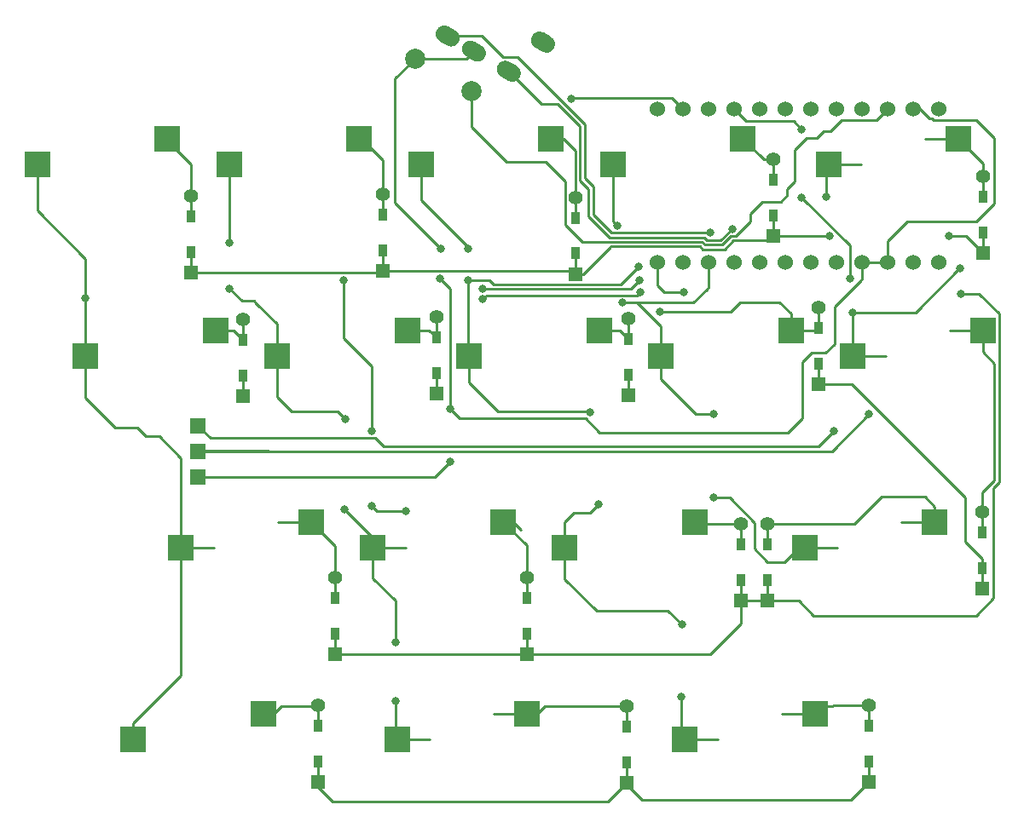
<source format=gbr>
G04 #@! TF.GenerationSoftware,KiCad,Pcbnew,(5.1.6-0-10_14)*
G04 #@! TF.CreationDate,2022-05-18T19:33:53+09:00*
G04 #@! TF.ProjectId,cool936,636f6f6c-3933-4362-9e6b-696361645f70,rev?*
G04 #@! TF.SameCoordinates,Original*
G04 #@! TF.FileFunction,Copper,L2,Bot*
G04 #@! TF.FilePolarity,Positive*
%FSLAX46Y46*%
G04 Gerber Fmt 4.6, Leading zero omitted, Abs format (unit mm)*
G04 Created by KiCad (PCBNEW (5.1.6-0-10_14)) date 2022-05-18 19:33:53*
%MOMM*%
%LPD*%
G01*
G04 APERTURE LIST*
G04 #@! TA.AperFunction,SMDPad,CuDef*
%ADD10R,2.550000X2.500000*%
G04 #@! TD*
G04 #@! TA.AperFunction,SMDPad,CuDef*
%ADD11R,1.524000X1.524000*%
G04 #@! TD*
G04 #@! TA.AperFunction,SMDPad,CuDef*
%ADD12R,0.950000X1.300000*%
G04 #@! TD*
G04 #@! TA.AperFunction,ComponentPad*
%ADD13R,1.397000X1.397000*%
G04 #@! TD*
G04 #@! TA.AperFunction,ComponentPad*
%ADD14C,1.397000*%
G04 #@! TD*
G04 #@! TA.AperFunction,ComponentPad*
%ADD15C,2.000000*%
G04 #@! TD*
G04 #@! TA.AperFunction,ComponentPad*
%ADD16C,1.524000*%
G04 #@! TD*
G04 #@! TA.AperFunction,ViaPad*
%ADD17C,0.800000*%
G04 #@! TD*
G04 #@! TA.AperFunction,Conductor*
%ADD18C,0.250000*%
G04 #@! TD*
G04 APERTURE END LIST*
D10*
X207227500Y-35560000D03*
X220154500Y-33020000D03*
X238183500Y-54610000D03*
X251110500Y-52070000D03*
X250090500Y-35560000D03*
X263017500Y-33020000D03*
X209609000Y-54610000D03*
X222536000Y-52070000D03*
X254852500Y-16510000D03*
X267779500Y-13970000D03*
X211990000Y2540000D03*
X224917000Y5080000D03*
X178652500Y-16510000D03*
X191579500Y-13970000D03*
X197702500Y-16510000D03*
X210629500Y-13970000D03*
X192940000Y2540000D03*
X205867000Y5080000D03*
X226277500Y-35560000D03*
X239204500Y-33020000D03*
X183415000Y-54610000D03*
X196342000Y-52070000D03*
X252470999Y2540000D03*
X265397999Y5080000D03*
X188177500Y-35560000D03*
X201104500Y-33020000D03*
X235802500Y-16510000D03*
X248729500Y-13970000D03*
X216752500Y-16510000D03*
X229679500Y-13970000D03*
X173890000Y2540000D03*
X186817000Y5080000D03*
X231040000Y2540000D03*
X243967000Y5080000D03*
D11*
X189870000Y-28520000D03*
X189870000Y-25980000D03*
X189870000Y-23440000D03*
D12*
X189180000Y-2645000D03*
X189180000Y-6195000D03*
D13*
X189180000Y-8230000D03*
D14*
X189180000Y-610000D03*
D12*
X251440000Y-13735000D03*
X251440000Y-17285000D03*
D13*
X251440000Y-19320000D03*
D14*
X251440000Y-11700000D03*
D12*
X267750000Y-34045000D03*
X267750000Y-37595000D03*
D13*
X267750000Y-39630000D03*
D14*
X267750000Y-32010000D03*
D12*
X256480000Y-53300000D03*
X256480000Y-56850000D03*
D13*
X256480000Y-58885000D03*
D14*
X256480000Y-51265000D03*
X232390000Y-51330000D03*
D13*
X232390000Y-58950000D03*
D12*
X232390000Y-56915000D03*
X232390000Y-53365000D03*
X208240000Y-2515000D03*
X208240000Y-6065000D03*
D13*
X208240000Y-8100000D03*
D14*
X208240000Y-480000D03*
D15*
X217014583Y9775000D03*
X211385417Y13025000D03*
D16*
X263438000Y-7201400D03*
X260898000Y-7201400D03*
X258358000Y-7201400D03*
X255818000Y-7201400D03*
X253278000Y-7201400D03*
X250738000Y-7201400D03*
X248198000Y-7201400D03*
X245658000Y-7201400D03*
X243118000Y-7201400D03*
X240578000Y-7201400D03*
X238038000Y-7201400D03*
X235498000Y-7201400D03*
X235498000Y8018600D03*
X238038000Y8018600D03*
X240578000Y8018600D03*
X243118000Y8018600D03*
X245658000Y8018600D03*
X248198000Y8018600D03*
X250738000Y8018600D03*
X253278000Y8018600D03*
X255818000Y8018600D03*
X258358000Y8018600D03*
X260898000Y8018600D03*
X263438000Y8018600D03*
D12*
X246980000Y985000D03*
X246980000Y-2565000D03*
D13*
X246980000Y-4600000D03*
D14*
X246980000Y3020000D03*
D12*
X243780000Y-35275000D03*
X243780000Y-38825000D03*
D13*
X243780000Y-40860000D03*
D14*
X243780000Y-33240000D03*
D12*
X201760000Y-53315000D03*
X201760000Y-56865000D03*
D13*
X201760000Y-58900000D03*
D14*
X201760000Y-51280000D03*
D12*
X232570000Y-14835000D03*
X232570000Y-18385000D03*
D13*
X232570000Y-20420000D03*
D14*
X232570000Y-12800000D03*
D12*
X194340000Y-14935000D03*
X194340000Y-18485000D03*
D13*
X194340000Y-20520000D03*
D14*
X194340000Y-12900000D03*
D12*
X222500000Y-40595000D03*
X222500000Y-44145000D03*
D13*
X222500000Y-46180000D03*
D14*
X222500000Y-38560000D03*
D12*
X246430000Y-35275000D03*
X246430000Y-38825000D03*
D13*
X246430000Y-40860000D03*
D14*
X246430000Y-33240000D03*
D12*
X203500000Y-40565000D03*
X203500000Y-44115000D03*
D13*
X203500000Y-46150000D03*
D14*
X203500000Y-38530000D03*
G04 #@! TA.AperFunction,ComponentPad*
G36*
G01*
X224187690Y15604775D02*
X224880510Y15204775D01*
G75*
G02*
X225191632Y14043653I-425000J-736122D01*
G01*
X225191632Y14043653D01*
G75*
G02*
X224030510Y13732531I-736122J425000D01*
G01*
X223337690Y14132531D01*
G75*
G02*
X223026568Y15293653I425000J736122D01*
G01*
X223026568Y15293653D01*
G75*
G02*
X224187690Y15604775I736122J-425000D01*
G01*
G37*
G04 #@! TD.AperFunction*
G04 #@! TA.AperFunction,ComponentPad*
G36*
G01*
X220788652Y12717469D02*
X221481472Y12317469D01*
G75*
G02*
X221792594Y11156347I-425000J-736122D01*
G01*
X221792594Y11156347D01*
G75*
G02*
X220631472Y10845225I-736122J425000D01*
G01*
X219938652Y11245225D01*
G75*
G02*
X219627530Y12406347I425000J736122D01*
G01*
X219627530Y12406347D01*
G75*
G02*
X220788652Y12717469I736122J-425000D01*
G01*
G37*
G04 #@! TD.AperFunction*
G04 #@! TA.AperFunction,ComponentPad*
G36*
G01*
X217324550Y14717469D02*
X218017370Y14317469D01*
G75*
G02*
X218328492Y13156347I-425000J-736122D01*
G01*
X218328492Y13156347D01*
G75*
G02*
X217167370Y12845225I-736122J425000D01*
G01*
X216474550Y13245225D01*
G75*
G02*
X216163428Y14406347I425000J736122D01*
G01*
X216163428Y14406347D01*
G75*
G02*
X217324550Y14717469I736122J-425000D01*
G01*
G37*
G04 #@! TD.AperFunction*
G04 #@! TA.AperFunction,ComponentPad*
G36*
G01*
X214726474Y16217469D02*
X215419294Y15817469D01*
G75*
G02*
X215730416Y14656347I-425000J-736122D01*
G01*
X215730416Y14656347D01*
G75*
G02*
X214569294Y14345225I-736122J425000D01*
G01*
X213876474Y14745225D01*
G75*
G02*
X213565352Y15906347I425000J736122D01*
G01*
X213565352Y15906347D01*
G75*
G02*
X214726474Y16217469I736122J-425000D01*
G01*
G37*
G04 #@! TD.AperFunction*
D12*
X213520000Y-14705000D03*
X213520000Y-18255000D03*
D13*
X213520000Y-20290000D03*
D14*
X213520000Y-12670000D03*
D12*
X227340000Y-2775000D03*
X227340000Y-6325000D03*
D13*
X227340000Y-8360000D03*
D14*
X227340000Y-740000D03*
D12*
X267830000Y-705000D03*
X267830000Y-4255000D03*
D13*
X267830000Y-6290000D03*
D14*
X267830000Y1330000D03*
D17*
X235760000Y-12140000D03*
X264420000Y-4600000D03*
X252550000Y-4600000D03*
X249780000Y6020000D03*
X249791501Y-768499D03*
X265610000Y-10320000D03*
X254570000Y-8840000D03*
X207080000Y-23960000D03*
X226890000Y9060000D03*
X210460000Y-31950000D03*
X204310000Y-8955000D03*
X207080000Y-31419999D03*
X213940000Y-5850000D03*
X213860000Y-8840000D03*
X214860000Y-21770000D03*
X214900000Y-27000000D03*
X242880000Y-3880000D03*
X252990000Y-24010000D03*
X240710000Y-4280000D03*
X256470000Y-22320000D03*
X233740000Y-10220000D03*
X218140000Y-10880000D03*
X178652500Y-10747500D03*
X192970000Y-5260000D03*
X218120000Y-9800000D03*
X204410000Y-31760000D03*
X209460000Y-44950000D03*
X209450000Y-50860000D03*
X204440000Y-22820000D03*
X233700000Y-8970000D03*
X192970000Y-9810000D03*
X229640000Y-31240000D03*
X233630000Y-7600000D03*
X216650000Y-5880000D03*
X237890000Y-43210000D03*
X216650000Y-8960000D03*
X228770000Y-22100000D03*
X237880000Y-50360000D03*
X231980000Y-11210000D03*
X231450000Y-3560000D03*
X241060000Y-30590000D03*
X241060000Y-22310000D03*
X254830000Y-12190000D03*
X238060000Y-10150000D03*
X252230000Y-710000D03*
X265530000Y-7840000D03*
D18*
X189180000Y-610000D02*
X189180000Y2520000D01*
X189180000Y2520000D02*
X186817000Y4883000D01*
X189180000Y-2645000D02*
X189180000Y-610000D01*
X186817000Y4883000D02*
X186817000Y5080000D01*
X208240000Y-480000D02*
X208240000Y2960000D01*
X208240000Y-2515000D02*
X208240000Y-480000D01*
X208240000Y2960000D02*
X206120000Y5080000D01*
X206120000Y5080000D02*
X205867000Y5080000D01*
X224917000Y5080000D02*
X226140000Y5080000D01*
X226140000Y5080000D02*
X227340000Y3880000D01*
X227340000Y-740000D02*
X227340000Y-2775000D01*
X227340000Y3880000D02*
X227340000Y-740000D01*
X245907000Y3140000D02*
X245773500Y3273500D01*
X246980000Y3020000D02*
X246027000Y3020000D01*
X246027000Y3020000D02*
X245773500Y3273500D01*
X245773500Y3273500D02*
X243967000Y5080000D01*
X246980000Y3020000D02*
X246980000Y985000D01*
X191579500Y-13970000D02*
X193375000Y-13970000D01*
X193375000Y-13970000D02*
X194340000Y-14935000D01*
X194340000Y-12900000D02*
X194340000Y-14935000D01*
X212785000Y-13970000D02*
X213520000Y-14705000D01*
X210629500Y-13970000D02*
X212785000Y-13970000D01*
X213520000Y-14705000D02*
X213520000Y-12670000D01*
X232570000Y-14835000D02*
X232570000Y-12800000D01*
X231705000Y-13970000D02*
X232570000Y-14835000D01*
X229679500Y-13970000D02*
X231705000Y-13970000D01*
X243720000Y-11160000D02*
X247600000Y-11160000D01*
X247600000Y-11160000D02*
X248729500Y-12289500D01*
X235760000Y-12140000D02*
X242740000Y-12140000D01*
X242740000Y-12140000D02*
X243720000Y-11160000D01*
X248729500Y-12289500D02*
X248729500Y-13970000D01*
X251440000Y-13735000D02*
X251440000Y-11700000D01*
X248729500Y-13970000D02*
X251205000Y-13970000D01*
X251205000Y-13970000D02*
X251440000Y-13735000D01*
X267779500Y-13970000D02*
X268310000Y-14500500D01*
X264477500Y-13970000D02*
X267779500Y-13970000D01*
X268929491Y-28904099D02*
X267750000Y-30083590D01*
X267779500Y-13970000D02*
X267779500Y-16100009D01*
X267779500Y-16100009D02*
X268929491Y-17250000D01*
X267750000Y-30083590D02*
X267750000Y-32010000D01*
X268929491Y-17250000D02*
X268929491Y-28904099D01*
X267750000Y-34045000D02*
X267750000Y-32010000D01*
X201104500Y-33020000D02*
X197802500Y-33020000D01*
X203500000Y-38530000D02*
X203500000Y-35415500D01*
X203500000Y-35415500D02*
X201104500Y-33020000D01*
X203500000Y-38530000D02*
X203500000Y-40565000D01*
X220154500Y-33020000D02*
X221170500Y-33020000D01*
X222500000Y-40595000D02*
X222500000Y-38560000D01*
X222500000Y-35365500D02*
X220154500Y-33020000D01*
X221170500Y-33020000D02*
X221932500Y-33782000D01*
X222500000Y-38560000D02*
X222500000Y-35365500D01*
X239204500Y-33020000D02*
X240220500Y-33020000D01*
X243780000Y-33240000D02*
X243780000Y-35275000D01*
X239424500Y-33240000D02*
X239204500Y-33020000D01*
X243780000Y-33240000D02*
X239424500Y-33240000D01*
X201760000Y-51280000D02*
X201760000Y-53315000D01*
X198120000Y-51308000D02*
X201732000Y-51308000D01*
X201732000Y-51308000D02*
X201760000Y-51280000D01*
X196342000Y-52070000D02*
X197358000Y-52070000D01*
X197358000Y-52070000D02*
X198120000Y-51308000D01*
X265397999Y5080000D02*
X262095999Y5080000D01*
X267830000Y-705000D02*
X267830000Y1330000D01*
X267830000Y2647999D02*
X265397999Y5080000D01*
X267830000Y1330000D02*
X267830000Y2647999D01*
X252888500Y-51308000D02*
X251872500Y-51308000D01*
X256480000Y-51265000D02*
X256480000Y-53300000D01*
X251872500Y-51308000D02*
X251110500Y-52070000D01*
X256480000Y-51265000D02*
X252931500Y-51265000D01*
X247808500Y-52070000D02*
X251110500Y-52070000D01*
X252931500Y-51265000D02*
X252888500Y-51308000D01*
X263017500Y-31507500D02*
X263017500Y-33020000D01*
X246430000Y-33240000D02*
X246435001Y-33234999D01*
X262040000Y-30530000D02*
X263017500Y-31507500D01*
X259715500Y-33020000D02*
X263017500Y-33020000D01*
X246430000Y-35275000D02*
X246430000Y-33240000D01*
X255010000Y-33240000D02*
X257720000Y-30530000D01*
X257910000Y-30530000D02*
X258670000Y-30530000D01*
X258670000Y-30530000D02*
X262040000Y-30530000D01*
X257720000Y-30530000D02*
X258670000Y-30530000D01*
X246430000Y-33240000D02*
X255010000Y-33240000D01*
X223552000Y-52070000D02*
X224314000Y-51308000D01*
X232390000Y-51330000D02*
X232390000Y-53365000D01*
X224336000Y-51330000D02*
X224314000Y-51308000D01*
X222536000Y-52070000D02*
X223552000Y-52070000D01*
X219234000Y-52070000D02*
X222536000Y-52070000D01*
X232390000Y-51330000D02*
X224336000Y-51330000D01*
X230820000Y-5635031D02*
X239719209Y-5635031D01*
X208240000Y-6065000D02*
X208240000Y-8100000D01*
X189180000Y-8230000D02*
X208110000Y-8230000D01*
X230820000Y-5650000D02*
X230820000Y-5635031D01*
X228110000Y-8360000D02*
X230820000Y-5650000D01*
X242977809Y-5055011D02*
X246524989Y-5055011D01*
X227340000Y-8360000D02*
X228110000Y-8360000D01*
X246524989Y-5055011D02*
X246980000Y-4600000D01*
X266140000Y-4600000D02*
X267830000Y-6290000D01*
X227080000Y-8100000D02*
X227340000Y-8360000D01*
X267810000Y-6290000D02*
X267830000Y-6290000D01*
X208110000Y-8230000D02*
X208240000Y-8100000D01*
X227340000Y-6325000D02*
X227340000Y-8360000D01*
X242127801Y-5905019D02*
X242977809Y-5055011D01*
X208240000Y-8100000D02*
X227080000Y-8100000D01*
X246980000Y-4600000D02*
X249070000Y-4600000D01*
X239989200Y-5905020D02*
X242127801Y-5905019D01*
X267830000Y-4255000D02*
X267830000Y-6290000D01*
X264420000Y-4600000D02*
X266140000Y-4600000D01*
X246980000Y-4600000D02*
X252550000Y-4600000D01*
X246980000Y-2565000D02*
X246980000Y-4600000D01*
X189180000Y-8230000D02*
X189180000Y-6195000D01*
X239719209Y-5635031D02*
X239989200Y-5905020D01*
X267750000Y-37595000D02*
X267750000Y-39630000D01*
X232570000Y-18385000D02*
X232570000Y-20420000D01*
X251440000Y-17285000D02*
X251440000Y-19320000D01*
X194340000Y-18485000D02*
X194340000Y-20520000D01*
X266039990Y-34984990D02*
X266039989Y-30623579D01*
X267750000Y-37595000D02*
X267750000Y-36695000D01*
X267750000Y-36695000D02*
X266039990Y-34984990D01*
X266039989Y-30623579D02*
X254736410Y-19320000D01*
X254736410Y-19320000D02*
X251440000Y-19320000D01*
X213520000Y-18255000D02*
X213520000Y-20290000D01*
X249490000Y-40860000D02*
X250950000Y-42320000D01*
X246430000Y-40860000D02*
X249490000Y-40860000D01*
X254570000Y-8840000D02*
X254570000Y-5546998D01*
X243118000Y8018600D02*
X244316600Y6820000D01*
X246430000Y-38825000D02*
X246430000Y-40860000D01*
X248980000Y6820000D02*
X249780000Y6020000D01*
X240720000Y-46180000D02*
X243780000Y-43120000D01*
X222500000Y-44145000D02*
X222500000Y-46180000D01*
X203500000Y-46150000D02*
X222470000Y-46150000D01*
X243780000Y-40860000D02*
X243780000Y-38825000D01*
X203500000Y-44115000D02*
X203500000Y-46150000D01*
X254570000Y-5546998D02*
X249791501Y-768499D01*
X246430000Y-40860000D02*
X243780000Y-40860000D01*
X222500000Y-46180000D02*
X240720000Y-46180000D01*
X244316600Y6820000D02*
X248980000Y6820000D01*
X222470000Y-46150000D02*
X222500000Y-46180000D01*
X243780000Y-43120000D02*
X243780000Y-40860000D01*
X267420000Y-10320000D02*
X269379501Y-12279501D01*
X261370000Y-42320000D02*
X262479990Y-42320000D01*
X265610000Y-10320000D02*
X267420000Y-10320000D01*
X268830000Y-40610000D02*
X267120000Y-42320000D01*
X250950000Y-42320000D02*
X261370000Y-42320000D01*
X269379501Y-29090499D02*
X268830000Y-29640000D01*
X268830000Y-29640000D02*
X268830000Y-40610000D01*
X269379501Y-12279501D02*
X269379501Y-29090499D01*
X267120000Y-42320000D02*
X261370000Y-42320000D01*
X207610001Y-31950000D02*
X207080000Y-31419999D01*
X236950999Y9105601D02*
X226935601Y9105601D01*
X201760000Y-56865000D02*
X201760000Y-58900000D01*
X204310000Y-8955000D02*
X204310000Y-14720000D01*
X233970000Y-60660000D02*
X254705000Y-60660000D01*
X254705000Y-60660000D02*
X256480000Y-58885000D01*
X201760000Y-59360000D02*
X203170000Y-60770000D01*
X201760000Y-58900000D02*
X201760000Y-59360000D01*
X256480000Y-56850000D02*
X256480000Y-58885000D01*
X230570000Y-60770000D02*
X232390000Y-58950000D01*
X238038000Y8018600D02*
X236950999Y9105601D01*
X232390000Y-56915000D02*
X232390000Y-58950000D01*
X203170000Y-60770000D02*
X230570000Y-60770000D01*
X232390000Y-59080000D02*
X233970000Y-60660000D01*
X232390000Y-58950000D02*
X232390000Y-59080000D01*
X226935601Y9105601D02*
X226890000Y9060000D01*
X207106401Y-23933599D02*
X207080000Y-23960000D01*
X204310000Y-14720000D02*
X207106401Y-17516401D01*
X207106401Y-17516401D02*
X207106401Y-23933599D01*
X210460000Y-31950000D02*
X207610001Y-31950000D01*
X268920000Y5150000D02*
X267140000Y6930000D01*
X209414999Y-1324999D02*
X213940000Y-5850000D01*
X263890000Y6930000D02*
X263888401Y6931599D01*
X216489613Y13025000D02*
X217245960Y13781347D01*
X211385417Y13025000D02*
X216489613Y13025000D01*
X255818000Y-7201400D02*
X255818000Y-8835590D01*
X255818000Y-7201400D02*
X258358000Y-7201400D01*
X258358000Y-7201400D02*
X258358000Y-5082000D01*
X258730000Y-4710000D02*
X258398000Y-5042000D01*
X258358000Y-5082000D02*
X258730000Y-4710000D01*
X211385417Y13025000D02*
X209414999Y11054582D01*
X213860000Y-8840000D02*
X213903501Y-8883501D01*
X209414999Y11054582D02*
X209414999Y-1324999D01*
X261581400Y8018600D02*
X260898000Y8018600D01*
X268920000Y-1400000D02*
X268920000Y5150000D01*
X258730000Y-4710000D02*
X260280000Y-3160000D01*
X267160000Y-3160000D02*
X268920000Y-1400000D01*
X260280000Y-3160000D02*
X267160000Y-3160000D01*
X264110000Y6930000D02*
X263890000Y6930000D01*
X267140000Y6930000D02*
X264110000Y6930000D01*
X262916239Y6931599D02*
X264108401Y6931599D01*
X264108401Y6931599D02*
X264110000Y6930000D01*
X262480000Y7120000D02*
X262727838Y7120000D01*
X262480000Y7120000D02*
X261581400Y8018600D01*
X262727838Y7120000D02*
X262916239Y6931599D01*
X255681795Y-8988205D02*
X255681795Y-8971795D01*
X253050000Y-11620000D02*
X255681795Y-8988205D01*
X253050000Y-15320000D02*
X253050000Y-11620000D01*
X249830000Y-17140000D02*
X250790000Y-16180000D01*
X250790000Y-16180000D02*
X252190000Y-16180000D01*
X252190000Y-16180000D02*
X253050000Y-15320000D01*
X221310000Y-22740000D02*
X215830000Y-22740000D01*
X214860000Y-9840000D02*
X213860000Y-8840000D01*
X229716998Y-24120000D02*
X228336998Y-22740000D01*
X214860000Y-21770000D02*
X214860000Y-9840000D01*
X215830000Y-22740000D02*
X214860000Y-21770000D01*
X255818000Y-8835590D02*
X255681795Y-8971795D01*
X255681795Y-8971795D02*
X255581795Y-9071795D01*
X247200000Y-24120000D02*
X246550000Y-24120000D01*
X246550000Y-24120000D02*
X229716998Y-24120000D01*
X249830000Y-22720000D02*
X248430000Y-24120000D01*
X248430000Y-24120000D02*
X246550000Y-24120000D01*
X249830000Y-20120000D02*
X249830000Y-20690000D01*
X249830000Y-17140000D02*
X249830000Y-20120000D01*
X249830000Y-20120000D02*
X249830000Y-22720000D01*
X189870000Y-28520000D02*
X213380000Y-28520000D01*
X213380000Y-28520000D02*
X214900000Y-27000000D01*
X228336998Y-22740000D02*
X221310000Y-22740000D01*
X227790011Y943619D02*
X228639990Y93640D01*
X240361999Y-5005001D02*
X241754999Y-5005001D01*
X240092009Y-4735011D02*
X240361999Y-5005001D01*
X223981409Y8510000D02*
X225572002Y8510000D01*
X220710062Y11781347D02*
X223981409Y8510000D01*
X225572002Y8510000D02*
X227790010Y6291992D01*
X228639991Y-2659991D02*
X230715011Y-4735011D01*
X230715011Y-4735011D02*
X240092009Y-4735011D01*
X227790010Y6291992D02*
X227790011Y943619D01*
X241754999Y-5005001D02*
X242880000Y-3880000D01*
X228639990Y93640D02*
X228639991Y-2659991D01*
X207428001Y-24685001D02*
X191115001Y-24685001D01*
X191115001Y-24685001D02*
X189870000Y-23440000D01*
X207428001Y-24688001D02*
X208269990Y-25529990D01*
X207428001Y-24685001D02*
X207428001Y-24688001D01*
X251470010Y-25529990D02*
X252990000Y-24010000D01*
X208269990Y-25529990D02*
X251470010Y-25529990D01*
X218050867Y15281347D02*
X220175857Y13156357D01*
X221562055Y13156357D02*
X228240020Y6478392D01*
X220175857Y13156357D02*
X221562055Y13156357D01*
X214647884Y15281347D02*
X218050867Y15281347D01*
X229090000Y280040D02*
X229090000Y-2473590D01*
X230901411Y-4285001D02*
X240704999Y-4285001D01*
X228240020Y6478392D02*
X228240020Y1130020D01*
X240704999Y-4285001D02*
X240710000Y-4280000D01*
X229090000Y-2473590D02*
X230901411Y-4285001D01*
X228240020Y1130020D02*
X229090000Y280040D01*
X189870000Y-25980000D02*
X252810000Y-25980000D01*
X252810000Y-25980000D02*
X256470000Y-22320000D01*
X196823590Y-25960000D02*
X190180000Y-25960000D01*
X233475001Y-10484999D02*
X218535001Y-10484999D01*
X181620000Y-23630000D02*
X183805699Y-23630000D01*
X233740000Y-10220000D02*
X233475001Y-10484999D01*
X184675699Y-24500000D02*
X186010000Y-24500000D01*
X188177500Y-35560000D02*
X188177500Y-48272500D01*
X178652500Y-10747500D02*
X178652500Y-16510000D01*
X186010000Y-24500000D02*
X188177500Y-26667500D01*
X188177500Y-48272500D02*
X183415000Y-53035000D01*
X178652500Y-6842500D02*
X178652500Y-10747500D01*
X173890000Y-2080000D02*
X178652500Y-6842500D01*
X173890000Y2540000D02*
X173890000Y-2080000D01*
X183415000Y-53035000D02*
X183415000Y-54610000D01*
X188177500Y-26667500D02*
X188177500Y-35560000D01*
X218535001Y-10484999D02*
X218140000Y-10880000D01*
X178652500Y-16510000D02*
X178652500Y-20662500D01*
X178652500Y-20662500D02*
X181620000Y-23630000D01*
X183415000Y-54610000D02*
X182372000Y-54610000D01*
X183805699Y-23630000D02*
X184675699Y-24500000D01*
X191452500Y-35560000D02*
X188177500Y-35560000D01*
X192940000Y2540000D02*
X192940000Y-5230000D01*
X207227500Y-38627500D02*
X209450000Y-40850000D01*
X207227500Y-34577500D02*
X207227500Y-35560000D01*
X197702500Y-16510000D02*
X197702500Y-20602500D01*
X204410000Y-31760000D02*
X207227500Y-34577500D01*
X209450000Y-40850000D02*
X209450000Y-41840000D01*
X210502500Y-35560000D02*
X207227500Y-35560000D01*
X209609000Y-54610000D02*
X212884000Y-54610000D01*
X195690000Y-11340000D02*
X197702500Y-13352500D01*
X195390000Y-11040000D02*
X195690000Y-11340000D01*
X203680000Y-22060000D02*
X204440000Y-22820000D01*
X207227500Y-35560000D02*
X207227500Y-38627500D01*
X233700000Y-8970000D02*
X232836489Y-9833511D01*
X209460000Y-44950000D02*
X209460000Y-41850000D01*
X209460000Y-41850000D02*
X209450000Y-41840000D01*
X209450000Y-50860000D02*
X209450000Y-54451000D01*
X209450000Y-54451000D02*
X209609000Y-54610000D01*
X197702500Y-20602500D02*
X199160000Y-22060000D01*
X199160000Y-22060000D02*
X203680000Y-22060000D01*
X194200000Y-11040000D02*
X195390000Y-11040000D01*
X195510000Y-11160000D02*
X195690000Y-11340000D01*
X218153511Y-9833511D02*
X218120000Y-9800000D01*
X197702500Y-13352500D02*
X197702500Y-16510000D01*
X192970000Y-9810000D02*
X194200000Y-11040000D01*
X192940000Y-5230000D02*
X192970000Y-5260000D01*
X232836489Y-9833511D02*
X218153511Y-9833511D01*
X209450000Y-41840000D02*
X209450000Y-42140000D01*
X219640000Y-22020000D02*
X228690000Y-22020000D01*
X236520000Y-41840000D02*
X237890000Y-43210000D01*
X226277500Y-35560000D02*
X226277500Y-38687500D01*
X218772998Y-8960000D02*
X216650000Y-8960000D01*
X216752500Y-16510000D02*
X216640000Y-16397500D01*
X211990000Y-1050000D02*
X216650000Y-5710000D01*
X229430000Y-41840000D02*
X236520000Y-41840000D01*
X228800000Y-32080000D02*
X227200000Y-32080000D01*
X216752500Y-16510000D02*
X216752500Y-19132500D01*
X229640000Y-31240000D02*
X228800000Y-32080000D01*
X219196499Y-9383501D02*
X218772998Y-8960000D01*
X238183500Y-54610000D02*
X241458500Y-54610000D01*
X227200000Y-32080000D02*
X226277500Y-33002500D01*
X216640000Y-16397500D02*
X216640000Y-8970000D01*
X211990000Y2540000D02*
X211990000Y-1050000D01*
X226277500Y-38687500D02*
X229430000Y-41840000D01*
X216752500Y-19132500D02*
X219640000Y-22020000D01*
X237880000Y-54306500D02*
X238183500Y-54610000D01*
X233630000Y-7600000D02*
X231846499Y-9383501D01*
X228690000Y-22020000D02*
X228770000Y-22100000D01*
X237880000Y-50360000D02*
X237880000Y-54306500D01*
X216640000Y-8970000D02*
X216650000Y-8960000D01*
X216650000Y-5710000D02*
X216650000Y-5880000D01*
X226277500Y-33002500D02*
X226277500Y-35560000D01*
X231846499Y-9383501D02*
X219196499Y-9383501D01*
X239161498Y-22180000D02*
X239161498Y-22180000D01*
X240350000Y-9890000D02*
X239030000Y-11210000D01*
X231040000Y-3150000D02*
X231450000Y-3560000D01*
X233470000Y-11210000D02*
X235802500Y-13542500D01*
X235802500Y-13542500D02*
X235802500Y-16510000D01*
X231980000Y-11210000D02*
X233110000Y-11210000D01*
X239181498Y-22200000D02*
X238875749Y-21894251D01*
X238875749Y-21894251D02*
X239161498Y-22180000D01*
X240578000Y-9662000D02*
X240350000Y-9890000D01*
X239030000Y-11210000D02*
X233110000Y-11210000D01*
X231040000Y2540000D02*
X231040000Y-3150000D01*
X253365500Y-35560000D02*
X250090500Y-35560000D01*
X240578000Y-7201400D02*
X240578000Y-9662000D01*
X235802500Y-18821002D02*
X237521498Y-20540000D01*
X235802500Y-16510000D02*
X235802500Y-18821002D01*
X233110000Y-11210000D02*
X233470000Y-11210000D01*
X246424998Y-36980000D02*
X245150000Y-35705002D01*
X248100000Y-36980000D02*
X246424998Y-36980000D01*
X249520000Y-35560000D02*
X248100000Y-36980000D01*
X238190749Y-21209251D02*
X238875749Y-21894251D01*
X241060000Y-22310000D02*
X239291498Y-22310000D01*
X245150000Y-35705002D02*
X245150000Y-33095218D01*
X245150000Y-33095218D02*
X242644782Y-30590000D01*
X239291498Y-22310000D02*
X238190749Y-21209251D01*
X242644782Y-30590000D02*
X241060000Y-30590000D01*
X237521498Y-20540000D02*
X238190749Y-21209251D01*
X250090500Y-35560000D02*
X249520000Y-35560000D01*
X235498000Y-9468000D02*
X236180000Y-10150000D01*
X236180000Y-10150000D02*
X238060000Y-10150000D01*
X252230000Y-710000D02*
X252230000Y2299001D01*
X238078000Y-10132000D02*
X238060000Y-10150000D01*
X252230000Y2299001D02*
X252470999Y2540000D01*
X254852500Y-16510000D02*
X258127500Y-16510000D01*
X255745999Y2540000D02*
X252470999Y2540000D01*
X254852500Y-16510000D02*
X254852500Y-12212500D01*
X254852500Y-12212500D02*
X254830000Y-12190000D01*
X235498000Y-7201400D02*
X235498000Y-9468000D01*
X265470000Y-7840000D02*
X265530000Y-7840000D01*
X254830000Y-12190000D02*
X261120000Y-12190000D01*
X261120000Y-12190000D02*
X265470000Y-7840000D01*
X244660000Y-2930000D02*
X244660000Y-2400000D01*
X244660000Y-3173002D02*
X244660000Y-2930000D01*
X220498999Y2754999D02*
X224418492Y2754999D01*
X224418492Y2754999D02*
X226316499Y856992D01*
X217014583Y9775000D02*
X217014583Y6239415D01*
X241941400Y-5455010D02*
X242791409Y-4605001D01*
X228040019Y-5185021D02*
X239905609Y-5185021D01*
X217014583Y6239415D02*
X220498999Y2754999D01*
X240175599Y-5455011D02*
X241941400Y-5455010D01*
X243228001Y-4605001D02*
X244660000Y-3173002D01*
X226316499Y-3461501D02*
X228040019Y-5185021D01*
X239905609Y-5185021D02*
X240175599Y-5455011D01*
X226316499Y856992D02*
X226316499Y-3461501D01*
X242791409Y-4605001D02*
X243228001Y-4605001D01*
X244660000Y-2410000D02*
X244660000Y-2930000D01*
X257270999Y6931599D02*
X253731599Y6931599D01*
X258358000Y8018600D02*
X257270999Y6931599D01*
X249140000Y3990000D02*
X249140000Y800000D01*
X252620000Y5820000D02*
X251960000Y5820000D01*
X253731599Y6931599D02*
X252620000Y5820000D01*
X248380000Y-560000D02*
X247770000Y-1170000D01*
X248380000Y40000D02*
X248380000Y-560000D01*
X251280000Y5140000D02*
X250290000Y5140000D01*
X251960000Y5820000D02*
X251280000Y5140000D01*
X250290000Y5140000D02*
X249140000Y3990000D01*
X247770000Y-1170000D02*
X245900000Y-1170000D01*
X249140000Y800000D02*
X248380000Y40000D01*
X245900000Y-1170000D02*
X244660000Y-2410000D01*
M02*

</source>
